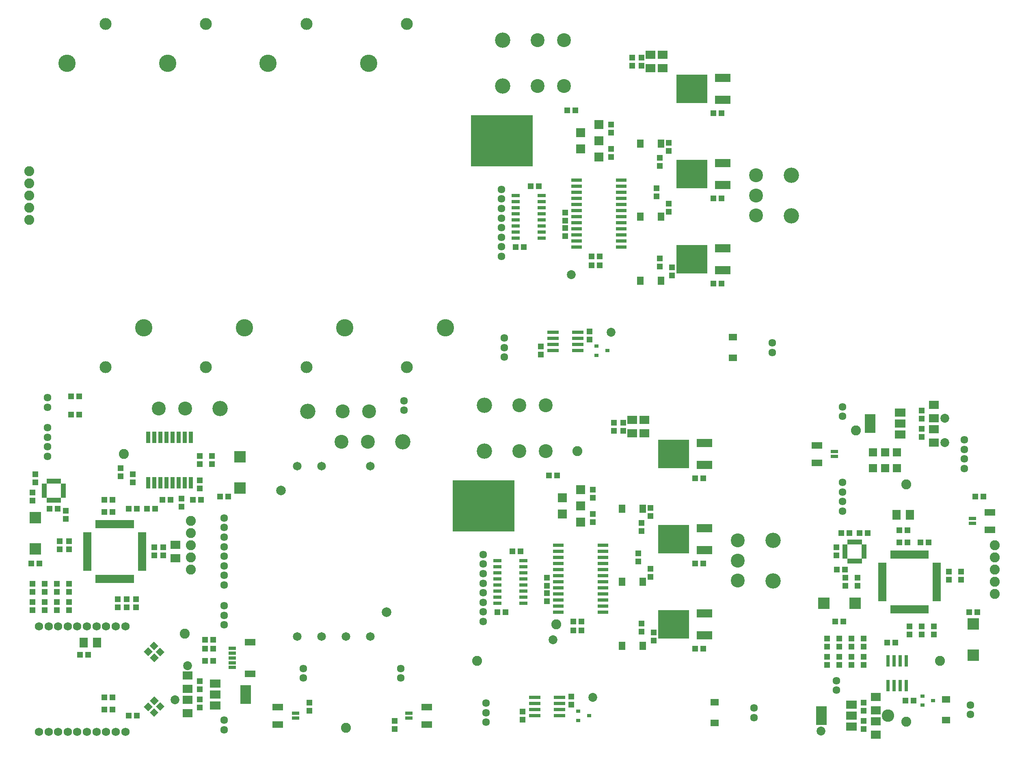
<source format=gts>
G75*
G70*
%OFA0B0*%
%FSLAX24Y24*%
%IPPOS*%
%LPD*%
%AMOC8*
5,1,8,0,0,1.08239X$1,22.5*
%
%ADD10R,0.0671X0.0198*%
%ADD11R,0.0198X0.0671*%
%ADD12C,0.0820*%
%ADD13R,0.0513X0.0513*%
%ADD14R,0.0789X0.0710*%
%ADD15R,0.0474X0.0513*%
%ADD16R,0.0966X0.0966*%
%ADD17R,0.0860X0.0290*%
%ADD18R,0.0580X0.0659*%
%ADD19R,0.1261X0.0710*%
%ADD20R,0.2550X0.2360*%
%ADD21C,0.1261*%
%ADD22C,0.1145*%
%ADD23R,0.0611X0.0316*%
%ADD24R,0.0867X0.0552*%
%ADD25C,0.0680*%
%ADD26R,0.0513X0.0513*%
%ADD27R,0.0710X0.0789*%
%ADD28R,0.0415X0.0218*%
%ADD29R,0.0218X0.0395*%
%ADD30C,0.0635*%
%ADD31R,0.0218X0.0415*%
%ADD32R,0.0395X0.0218*%
%ADD33R,0.0336X0.0316*%
%ADD34R,0.0659X0.0580*%
%ADD35C,0.0714*%
%ADD36C,0.0792*%
%ADD37R,0.0336X0.0966*%
%ADD38R,0.0690X0.0316*%
%ADD39R,0.0946X0.0316*%
%ADD40R,0.0753X0.0753*%
%ADD41C,0.2030*%
%ADD42R,0.5080X0.4230*%
%ADD43R,0.0870X0.0670*%
%ADD44R,0.0870X0.1580*%
%ADD45R,0.0714X0.0714*%
%ADD46R,0.0316X0.0946*%
%ADD47C,0.0980*%
%ADD48C,0.1420*%
%ADD49C,0.0730*%
%ADD50C,0.1025*%
D10*
X006357Y014578D03*
X006357Y014775D03*
X006357Y014972D03*
X006357Y015169D03*
X006357Y015365D03*
X006357Y015562D03*
X006357Y015759D03*
X006357Y015956D03*
X006357Y016153D03*
X006357Y016350D03*
X006357Y016546D03*
X006357Y016743D03*
X006357Y016940D03*
X006357Y017137D03*
X006357Y017334D03*
X006357Y017531D03*
X010845Y017531D03*
X010845Y017334D03*
X010845Y017137D03*
X010845Y016940D03*
X010845Y016743D03*
X010845Y016546D03*
X010845Y016350D03*
X010845Y016153D03*
X010845Y015956D03*
X010845Y015759D03*
X010845Y015562D03*
X010845Y015365D03*
X010845Y015169D03*
X010845Y014972D03*
X010845Y014775D03*
X010845Y014578D03*
X071607Y014637D03*
X071607Y014834D03*
X071607Y015031D03*
X071607Y014440D03*
X071607Y014243D03*
X071607Y014046D03*
X071607Y013850D03*
X071607Y013653D03*
X071607Y013456D03*
X071607Y013259D03*
X071607Y013062D03*
X071607Y012865D03*
X071607Y012669D03*
X071607Y012472D03*
X071607Y012275D03*
X071607Y012078D03*
X076095Y012078D03*
X076095Y012275D03*
X076095Y012472D03*
X076095Y012669D03*
X076095Y012865D03*
X076095Y013062D03*
X076095Y013259D03*
X076095Y013456D03*
X076095Y013653D03*
X076095Y013850D03*
X076095Y014046D03*
X076095Y014243D03*
X076095Y014440D03*
X076095Y014637D03*
X076095Y014834D03*
X076095Y015031D03*
D11*
X075327Y015798D03*
X075130Y015798D03*
X074933Y015798D03*
X074737Y015798D03*
X074540Y015798D03*
X074343Y015798D03*
X074146Y015798D03*
X073949Y015798D03*
X073752Y015798D03*
X073556Y015798D03*
X073359Y015798D03*
X073162Y015798D03*
X072965Y015798D03*
X072768Y015798D03*
X072571Y015798D03*
X072374Y015798D03*
X072374Y011310D03*
X072571Y011310D03*
X072768Y011310D03*
X072965Y011310D03*
X073162Y011310D03*
X073359Y011310D03*
X073556Y011310D03*
X073752Y011310D03*
X073949Y011310D03*
X074146Y011310D03*
X074343Y011310D03*
X074540Y011310D03*
X074737Y011310D03*
X074933Y011310D03*
X075130Y011310D03*
X075327Y011310D03*
X010077Y013810D03*
X009880Y013810D03*
X009683Y013810D03*
X009487Y013810D03*
X009290Y013810D03*
X009093Y013810D03*
X008896Y013810D03*
X008699Y013810D03*
X008502Y013810D03*
X008306Y013810D03*
X008109Y013810D03*
X007912Y013810D03*
X007715Y013810D03*
X007518Y013810D03*
X007321Y013810D03*
X007124Y013810D03*
X007124Y018298D03*
X007321Y018298D03*
X007518Y018298D03*
X007715Y018298D03*
X007912Y018298D03*
X008109Y018298D03*
X008306Y018298D03*
X008502Y018298D03*
X008699Y018298D03*
X008896Y018298D03*
X009093Y018298D03*
X009290Y018298D03*
X009487Y018298D03*
X009683Y018298D03*
X009880Y018298D03*
X010077Y018298D03*
D12*
X014851Y018554D03*
X014851Y017554D03*
X014851Y016554D03*
X014851Y015554D03*
X014851Y014554D03*
X014351Y009304D03*
X027601Y001554D03*
X038351Y007054D03*
X044851Y010054D03*
X046601Y024304D03*
X069451Y026004D03*
X073601Y021554D03*
X080851Y016554D03*
X080851Y015554D03*
X080851Y014554D03*
X080851Y013554D03*
X080851Y012554D03*
X076351Y007054D03*
X073601Y002054D03*
X009351Y024054D03*
X001601Y043304D03*
X001601Y044304D03*
X001601Y045304D03*
X001601Y046304D03*
X001601Y047304D03*
D13*
X005016Y028804D03*
X005685Y028804D03*
X005685Y027304D03*
X005016Y027304D03*
X009101Y022889D03*
X009101Y022220D03*
X010101Y022389D03*
X010101Y021720D03*
X008435Y020304D03*
X007766Y020304D03*
X007766Y019304D03*
X008435Y019304D03*
X009766Y019554D03*
X010435Y019554D03*
X011266Y019554D03*
X011935Y019554D03*
X012516Y020304D03*
X013185Y020304D03*
X014101Y020389D03*
X014101Y019720D03*
X015016Y020304D03*
X015685Y020304D03*
X015601Y021220D03*
X015601Y021889D03*
X015601Y023220D03*
X015601Y023889D03*
X016601Y023889D03*
X016601Y023220D03*
X017266Y020554D03*
X017935Y020554D03*
X012601Y016389D03*
X011851Y016389D03*
X011851Y015720D03*
X012601Y015720D03*
X010351Y012119D03*
X010351Y011450D03*
X009601Y011450D03*
X009601Y012119D03*
X004851Y011889D03*
X004851Y011220D03*
X003851Y011220D03*
X003851Y011889D03*
X003851Y012720D03*
X004851Y012720D03*
X004851Y013389D03*
X003851Y013389D03*
X002851Y013389D03*
X001851Y013389D03*
X001851Y012720D03*
X001851Y011889D03*
X001851Y011220D03*
X002851Y011220D03*
X002851Y011889D03*
X002851Y012720D03*
X002435Y015054D03*
X001766Y015054D03*
X004101Y016220D03*
X004101Y016889D03*
X004851Y016889D03*
X004851Y016220D03*
X004601Y018720D03*
X004601Y019389D03*
X003935Y019554D03*
X003266Y019554D03*
X001851Y020220D03*
X001851Y020889D03*
X002101Y021720D03*
X002101Y022389D03*
X016016Y008804D03*
X016685Y008804D03*
X016685Y008054D03*
X016016Y008054D03*
X016016Y007054D03*
X016685Y007054D03*
X015601Y005389D03*
X015601Y004720D03*
X015601Y003889D03*
X015601Y003220D03*
X010435Y002554D03*
X009766Y002554D03*
X008435Y003054D03*
X007766Y003054D03*
X007766Y004054D03*
X008435Y004054D03*
X006435Y007554D03*
X005766Y007554D03*
X024601Y003639D03*
X024601Y002970D03*
X031601Y002139D03*
X031601Y001470D03*
X042101Y002220D03*
X042101Y002889D03*
X046101Y003470D03*
X046101Y004139D03*
X052851Y008720D03*
X052851Y009389D03*
X051851Y009470D03*
X051851Y010139D03*
X056266Y008054D03*
X056935Y008054D03*
X052601Y013970D03*
X052601Y014639D03*
X051601Y015220D03*
X051601Y015889D03*
X051851Y017720D03*
X051851Y018389D03*
X052601Y018970D03*
X052601Y019639D03*
X056266Y022054D03*
X056935Y022054D03*
X050351Y025970D03*
X050351Y026639D03*
X049601Y026639D03*
X049601Y025970D03*
X044935Y022304D03*
X044266Y022304D03*
X047851Y021139D03*
X047851Y020470D03*
X047851Y019139D03*
X047851Y018470D03*
X041935Y016054D03*
X041266Y016054D03*
X044101Y013889D03*
X044101Y013220D03*
X044101Y012639D03*
X044101Y011970D03*
X046266Y010304D03*
X046935Y010304D03*
X046935Y009554D03*
X046266Y009554D03*
X040685Y011054D03*
X040016Y011054D03*
X056266Y015054D03*
X056935Y015054D03*
X067101Y008889D03*
X067101Y008220D03*
X067101Y007389D03*
X067101Y006720D03*
X068101Y006720D03*
X068101Y007389D03*
X068101Y008220D03*
X068101Y008889D03*
X069101Y008889D03*
X069101Y008220D03*
X069101Y007389D03*
X069101Y006720D03*
X070101Y006720D03*
X070101Y007389D03*
X070101Y008220D03*
X070101Y008889D03*
X072016Y008554D03*
X072685Y008554D03*
X074851Y009220D03*
X074851Y009889D03*
X075851Y009889D03*
X075851Y009220D03*
X078766Y011054D03*
X079435Y011054D03*
X078101Y013720D03*
X078101Y014389D03*
X077101Y014389D03*
X077101Y013720D03*
X075435Y016804D03*
X074766Y016804D03*
X073685Y016804D03*
X073016Y016804D03*
X073016Y017804D03*
X073685Y017804D03*
X070435Y017554D03*
X069766Y017554D03*
X068935Y017554D03*
X068266Y017554D03*
X067851Y016389D03*
X067851Y015720D03*
X067896Y014574D03*
X068565Y014574D03*
X068601Y013889D03*
X068601Y013220D03*
X069601Y013220D03*
X069601Y013889D03*
X068435Y010304D03*
X067766Y010304D03*
X073516Y003804D03*
X074185Y003804D03*
X070101Y003639D03*
X070101Y002970D03*
X070101Y002139D03*
X070101Y001470D03*
X079266Y020554D03*
X079935Y020554D03*
X058435Y038054D03*
X057766Y038054D03*
X054351Y038720D03*
X054351Y039389D03*
X053351Y039470D03*
X053351Y040139D03*
X054101Y043970D03*
X054101Y044639D03*
X053101Y045220D03*
X053101Y045889D03*
X053351Y047720D03*
X053351Y048389D03*
X054101Y048970D03*
X054101Y049639D03*
X057766Y052054D03*
X058435Y052054D03*
X051851Y055970D03*
X051851Y056639D03*
X051101Y056639D03*
X051101Y055970D03*
X046435Y052304D03*
X045766Y052304D03*
X049351Y051139D03*
X049351Y050470D03*
X049351Y049139D03*
X049351Y048470D03*
X045601Y043889D03*
X045601Y043220D03*
X045601Y042639D03*
X045601Y041970D03*
X047766Y040304D03*
X048435Y040304D03*
X048435Y039554D03*
X047766Y039554D03*
X042185Y041054D03*
X041516Y041054D03*
X042766Y046054D03*
X043435Y046054D03*
X057766Y045054D03*
X058435Y045054D03*
X047601Y034139D03*
X047601Y033470D03*
X043601Y032889D03*
X043601Y032220D03*
D14*
X051101Y026856D03*
X052101Y026856D03*
X052101Y025753D03*
X051101Y025753D03*
X075851Y026106D03*
X075851Y027003D03*
X075851Y028106D03*
X075851Y025003D03*
X071101Y004106D03*
X071101Y003003D03*
X071101Y002106D03*
X071101Y001003D03*
X014601Y002753D03*
X014601Y003856D03*
X014601Y004753D03*
X014601Y005856D03*
X013601Y015503D03*
X013601Y016606D03*
X052601Y055753D03*
X053601Y055753D03*
X053601Y056856D03*
X052601Y056856D03*
D15*
X074851Y027639D03*
X074851Y026970D03*
X074851Y026139D03*
X074851Y025470D03*
X073851Y009889D03*
X073851Y009220D03*
X008851Y011450D03*
X008851Y012119D03*
D16*
X002101Y016275D03*
X002101Y018834D03*
X018901Y021275D03*
X018901Y023834D03*
X066821Y011804D03*
X069380Y011804D03*
X079101Y010084D03*
X079101Y007525D03*
D17*
X048696Y011054D03*
X048696Y011554D03*
X048696Y012054D03*
X048696Y012554D03*
X048696Y013054D03*
X048696Y013554D03*
X048696Y014054D03*
X048696Y014554D03*
X048696Y015054D03*
X048696Y015554D03*
X048696Y016054D03*
X048696Y016554D03*
X045006Y016554D03*
X045006Y016054D03*
X045006Y015554D03*
X045006Y015054D03*
X045006Y014554D03*
X045006Y014054D03*
X045006Y013554D03*
X045006Y013054D03*
X045006Y012554D03*
X045006Y012054D03*
X045006Y011554D03*
X045006Y011054D03*
X046506Y041054D03*
X046506Y041554D03*
X046506Y042054D03*
X046506Y042554D03*
X046506Y043054D03*
X046506Y043554D03*
X046506Y044054D03*
X046506Y044554D03*
X046506Y045054D03*
X046506Y045554D03*
X046506Y046054D03*
X046506Y046554D03*
X050196Y046554D03*
X050196Y046054D03*
X050196Y045554D03*
X050196Y045054D03*
X050196Y044554D03*
X050196Y044054D03*
X050196Y043554D03*
X050196Y043054D03*
X050196Y042554D03*
X050196Y042054D03*
X050196Y041554D03*
X050196Y041054D03*
D18*
X051754Y043554D03*
X053447Y043554D03*
X053447Y038304D03*
X051754Y038304D03*
X051754Y049554D03*
X053447Y049554D03*
X051947Y019554D03*
X050254Y019554D03*
X050254Y013554D03*
X051947Y013554D03*
X051947Y008304D03*
X050254Y008304D03*
D19*
X057011Y009154D03*
X057011Y010954D03*
X057011Y016154D03*
X057011Y017954D03*
X057011Y023154D03*
X057011Y024954D03*
X058511Y039154D03*
X058511Y040954D03*
X058511Y046154D03*
X058511Y047954D03*
X058511Y053154D03*
X058511Y054954D03*
D20*
X055976Y054054D03*
X055976Y047054D03*
X055976Y040054D03*
X054476Y024054D03*
X054476Y017054D03*
X054476Y010054D03*
D21*
X062641Y013649D03*
X062641Y016959D03*
X038951Y024304D03*
X038951Y028054D03*
X032251Y025054D03*
X024451Y027554D03*
X017251Y027804D03*
X040451Y054304D03*
X040451Y058054D03*
X064141Y046959D03*
X064141Y043649D03*
D22*
X061271Y043654D03*
X061271Y045304D03*
X061271Y046954D03*
X045491Y054304D03*
X043321Y054304D03*
X043321Y058054D03*
X045491Y058054D03*
X043991Y028054D03*
X041821Y028054D03*
X041821Y024304D03*
X043991Y024304D03*
X029381Y025054D03*
X027211Y025054D03*
X027321Y027554D03*
X029491Y027554D03*
X014381Y027804D03*
X012211Y027804D03*
X059771Y016954D03*
X059771Y015304D03*
X059771Y013654D03*
D23*
X067691Y023857D03*
X067691Y024251D03*
X079010Y018751D03*
X079010Y018357D03*
X032760Y002751D03*
X032760Y002357D03*
X023441Y002357D03*
X023441Y002751D03*
X018260Y006517D03*
X018260Y006911D03*
X018260Y007304D03*
X018260Y007698D03*
X018260Y008092D03*
D24*
X019707Y008604D03*
X019707Y006005D03*
X021994Y003263D03*
X021994Y001846D03*
X034207Y001846D03*
X034207Y003263D03*
X066244Y023346D03*
X066244Y024763D03*
X080457Y019263D03*
X080457Y017846D03*
D25*
X002388Y001224D03*
X003176Y001224D03*
X003963Y001224D03*
X004750Y001224D03*
X005538Y001224D03*
X006325Y001224D03*
X007113Y001224D03*
X007900Y001224D03*
X008687Y001224D03*
X009475Y001224D03*
X009475Y009885D03*
X008687Y009885D03*
X007900Y009885D03*
X007113Y009885D03*
X006325Y009885D03*
X005538Y009885D03*
X004750Y009885D03*
X003963Y009885D03*
X003176Y009885D03*
X002388Y009885D03*
D26*
G36*
X011726Y007818D02*
X011364Y007456D01*
X011002Y007818D01*
X011364Y008180D01*
X011726Y007818D01*
G37*
G36*
X012199Y008291D02*
X011837Y007929D01*
X011475Y008291D01*
X011837Y008653D01*
X012199Y008291D01*
G37*
G36*
X012699Y007791D02*
X012337Y007429D01*
X011975Y007791D01*
X012337Y008153D01*
X012699Y007791D01*
G37*
G36*
X012226Y007318D02*
X011864Y006956D01*
X011502Y007318D01*
X011864Y007680D01*
X012226Y007318D01*
G37*
G36*
X011864Y003429D02*
X011502Y003791D01*
X011864Y004153D01*
X012226Y003791D01*
X011864Y003429D01*
G37*
G36*
X012337Y002956D02*
X011975Y003318D01*
X012337Y003680D01*
X012699Y003318D01*
X012337Y002956D01*
G37*
G36*
X011837Y002456D02*
X011475Y002818D01*
X011837Y003180D01*
X012199Y002818D01*
X011837Y002456D01*
G37*
G36*
X011364Y002929D02*
X011002Y003291D01*
X011364Y003653D01*
X011726Y003291D01*
X011364Y002929D01*
G37*
D27*
X007152Y008554D03*
X006050Y008554D03*
X072800Y019054D03*
X073902Y019054D03*
D28*
X004378Y020562D03*
X004378Y020759D03*
X004378Y020956D03*
X004378Y021153D03*
X004378Y021350D03*
X004378Y021546D03*
X002823Y021546D03*
X002823Y021350D03*
X002823Y021153D03*
X002823Y020956D03*
X002823Y020759D03*
X002823Y020562D03*
D29*
X003109Y020267D03*
X003306Y020267D03*
X003502Y020267D03*
X003699Y020267D03*
X003896Y020267D03*
X004093Y020267D03*
X004093Y021842D03*
X003896Y021842D03*
X003699Y021842D03*
X003502Y021842D03*
X003306Y021842D03*
X003109Y021842D03*
D30*
X003101Y023873D03*
X003101Y024661D03*
X003101Y025448D03*
X003101Y026235D03*
X003101Y027911D03*
X003101Y028698D03*
X017601Y018810D03*
X017601Y018023D03*
X017601Y017235D03*
X017601Y016448D03*
X017601Y015661D03*
X017601Y014873D03*
X017601Y014086D03*
X017601Y013298D03*
X017601Y011592D03*
X017601Y010804D03*
X017601Y010017D03*
X024101Y006448D03*
X024101Y005661D03*
X017601Y002198D03*
X017601Y001411D03*
X032101Y005661D03*
X032101Y006448D03*
X039101Y003592D03*
X039101Y002804D03*
X039101Y002017D03*
X038851Y010298D03*
X038851Y011086D03*
X038851Y011873D03*
X038851Y012661D03*
X038851Y013448D03*
X038851Y014235D03*
X038851Y015023D03*
X038851Y015810D03*
X032351Y027661D03*
X032351Y028448D03*
X040601Y032017D03*
X040601Y032804D03*
X040601Y033592D03*
X040351Y040298D03*
X040351Y041086D03*
X040351Y041873D03*
X040351Y042661D03*
X040351Y043448D03*
X040351Y044235D03*
X040351Y045023D03*
X040351Y045810D03*
X062601Y033198D03*
X062601Y032411D03*
X068351Y027948D03*
X068351Y027161D03*
X068351Y021735D03*
X068351Y020948D03*
X068351Y020161D03*
X068351Y019373D03*
X078351Y022873D03*
X078351Y023661D03*
X078351Y024448D03*
X078351Y025235D03*
X067851Y005448D03*
X067851Y004661D03*
X061101Y003198D03*
X061101Y002411D03*
X078851Y002661D03*
X078851Y003448D03*
D31*
X069843Y015277D03*
X069646Y015277D03*
X069449Y015277D03*
X069252Y015277D03*
X069056Y015277D03*
X068859Y015277D03*
X068859Y016832D03*
X069056Y016832D03*
X069252Y016832D03*
X069449Y016832D03*
X069646Y016832D03*
X069843Y016832D03*
D32*
X070138Y016546D03*
X070138Y016350D03*
X070138Y016153D03*
X070138Y015956D03*
X070138Y015759D03*
X070138Y015562D03*
X068563Y015562D03*
X068563Y015759D03*
X068563Y015956D03*
X068563Y016153D03*
X068563Y016350D03*
X068563Y016546D03*
D33*
X074908Y004178D03*
X074908Y003430D03*
X075794Y003804D03*
X047544Y002554D03*
X046658Y002180D03*
X046658Y002928D03*
X048158Y032180D03*
X048158Y032928D03*
X049044Y032554D03*
D34*
X059351Y031958D03*
X059351Y033651D03*
X057851Y003651D03*
X057851Y001958D03*
X076851Y002208D03*
X076851Y003901D03*
D35*
X029601Y009054D03*
X027601Y009054D03*
X025601Y009054D03*
X023601Y009054D03*
X023601Y023054D03*
X025601Y023054D03*
X029601Y023054D03*
D36*
X022270Y021054D03*
X030931Y011054D03*
D37*
X014851Y021684D03*
X014351Y021684D03*
X013851Y021684D03*
X013351Y021684D03*
X012851Y021684D03*
X012351Y021684D03*
X011851Y021684D03*
X011351Y021684D03*
X011351Y025424D03*
X011851Y025424D03*
X012351Y025424D03*
X012851Y025424D03*
X013351Y025424D03*
X013851Y025424D03*
X014351Y025424D03*
X014851Y025424D03*
D38*
X040038Y015304D03*
X040038Y014804D03*
X040038Y014304D03*
X040038Y013804D03*
X040038Y013304D03*
X040038Y012804D03*
X040038Y012304D03*
X040038Y011804D03*
X042164Y011804D03*
X042164Y012304D03*
X042164Y012804D03*
X042164Y013304D03*
X042164Y013804D03*
X042164Y014304D03*
X042164Y014804D03*
X042164Y015304D03*
X041538Y041804D03*
X041538Y042304D03*
X041538Y042804D03*
X041538Y043304D03*
X041538Y043804D03*
X041538Y044304D03*
X041538Y044804D03*
X041538Y045304D03*
X043664Y045304D03*
X043664Y044804D03*
X043664Y044304D03*
X043664Y043804D03*
X043664Y043304D03*
X043664Y042804D03*
X043664Y042304D03*
X043664Y041804D03*
D39*
X044577Y034054D03*
X044577Y033554D03*
X044577Y033054D03*
X044577Y032554D03*
X046624Y032554D03*
X046624Y033054D03*
X046624Y033554D03*
X046624Y034054D03*
X045124Y004054D03*
X045124Y003554D03*
X045124Y003054D03*
X045124Y002554D03*
X043077Y002554D03*
X043077Y003054D03*
X043077Y003554D03*
X043077Y004054D03*
D40*
X046851Y018464D03*
X046851Y019804D03*
X046851Y021144D03*
X045351Y020474D03*
X045351Y019134D03*
X048351Y048464D03*
X046851Y049134D03*
X048351Y049804D03*
X048351Y051144D03*
X046851Y050474D03*
D41*
X039481Y049804D03*
X037981Y019804D03*
D42*
X038881Y019804D03*
X040381Y049804D03*
D43*
X073091Y027464D03*
X073091Y026564D03*
X073091Y025664D03*
X069091Y003464D03*
X069091Y002564D03*
X069091Y001664D03*
X016861Y003394D03*
X016861Y004294D03*
X016861Y005194D03*
D44*
X019341Y004304D03*
X066611Y002554D03*
X070611Y026554D03*
D45*
X070871Y024204D03*
X071851Y024204D03*
X072831Y024204D03*
X072831Y022904D03*
X071851Y022904D03*
X070871Y022904D03*
D46*
X072101Y007078D03*
X072601Y007078D03*
X073101Y007078D03*
X073601Y007078D03*
X073601Y005031D03*
X073101Y005031D03*
X072601Y005031D03*
X072101Y005031D03*
D47*
X032601Y031194D03*
X024351Y031194D03*
X016101Y031194D03*
X007851Y031194D03*
X007851Y059414D03*
X016101Y059414D03*
X024351Y059414D03*
X032601Y059414D03*
D48*
X029451Y056179D03*
X021201Y056179D03*
X012951Y056179D03*
X004701Y056179D03*
X011001Y034429D03*
X019251Y034429D03*
X027501Y034429D03*
X035751Y034429D03*
D49*
X046101Y038804D03*
X049351Y034054D03*
X076751Y027004D03*
X076751Y025004D03*
X047851Y004054D03*
X044601Y008804D03*
X066601Y001304D03*
X014601Y006654D03*
X013551Y003854D03*
D50*
X072101Y002554D03*
M02*

</source>
